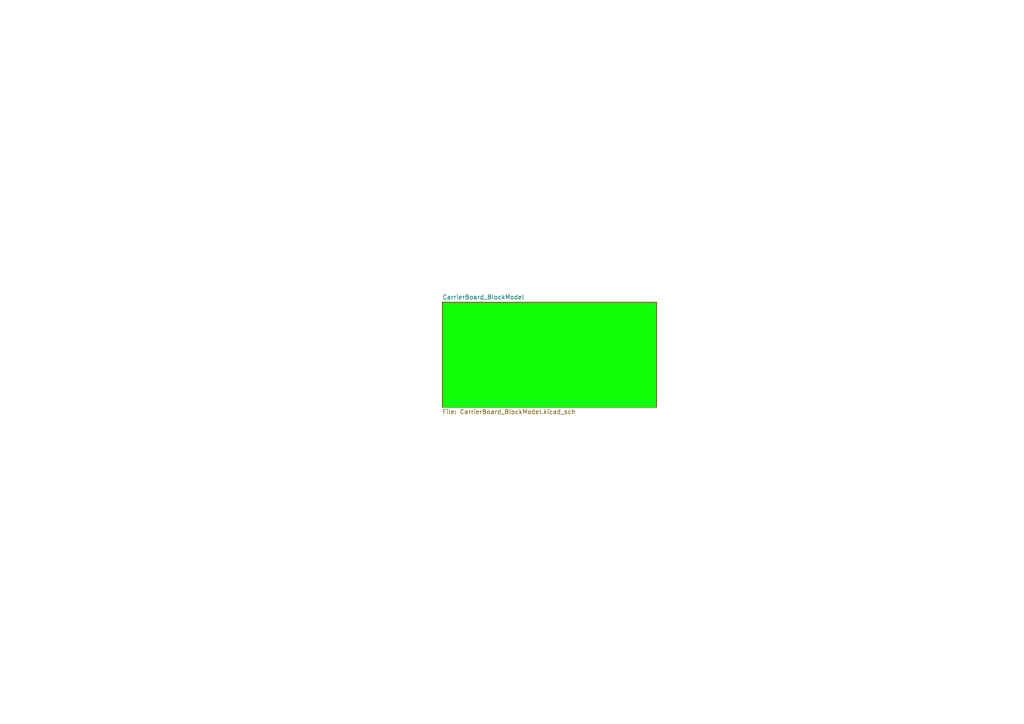
<source format=kicad_sch>
(kicad_sch
	(version 20250114)
	(generator "eeschema")
	(generator_version "9.0")
	(uuid "5c092c18-735e-4fbc-ac2e-cfa79fa61a15")
	(paper "A4")
	(title_block
		(title "ESP32-S3 UM CarrierBoard")
		(date "2025-10-30")
		(rev "A")
		(company "Tom Limerkens")
	)
	(lib_symbols)
	(sheet
		(at 128.27 87.63)
		(size 62.23 30.48)
		(exclude_from_sim no)
		(in_bom yes)
		(on_board yes)
		(dnp no)
		(fields_autoplaced yes)
		(stroke
			(width 0.1524)
			(type solid)
		)
		(fill
			(color 17 255 8 1.0000)
		)
		(uuid "d6e8831a-ca8a-4ae1-b77a-5ce7c7004a0f")
		(property "Sheetname" "CarrierBoard_BlockModel"
			(at 128.27 86.9184 0)
			(effects
				(font
					(size 1.27 1.27)
				)
				(justify left bottom)
			)
		)
		(property "Sheetfile" "CarrierBoard_BlockModel.kicad_sch"
			(at 128.27 118.6946 0)
			(effects
				(font
					(size 1.27 1.27)
				)
				(justify left top)
			)
		)
		(instances
			(project "ESP32S3UMCarrierBoard"
				(path "/5c092c18-735e-4fbc-ac2e-cfa79fa61a15"
					(page "2")
				)
			)
		)
	)
	(sheet_instances
		(path "/"
			(page "1")
		)
	)
	(embedded_fonts no)
)

</source>
